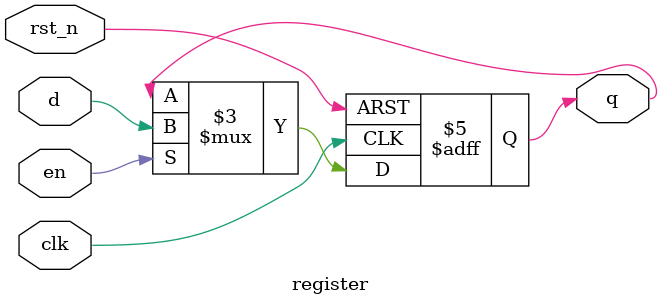
<source format=v>
`include "config.vh"

module register
# (
    parameter w = 1
) 
(
    input                clk,
    input                rst_n,
    input                en,
    input      [w - 1:0] d,
    output reg [w - 1:0] q
);

    always @ (posedge clk or negedge rst_n)
        if (! rst_n)
            q <= { w { 1'b0 } };
        else if (en)
            q <= d;

endmodule

</source>
